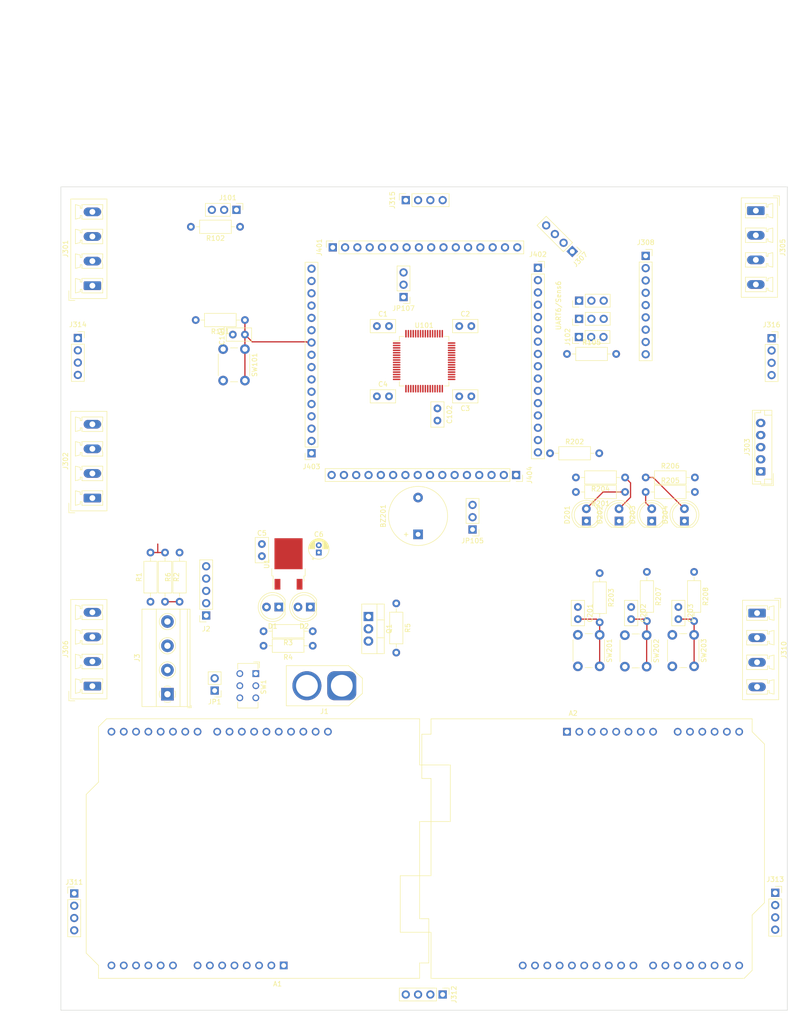
<source format=kicad_pcb>
(kicad_pcb (version 20171130) (host pcbnew "(5.1.9)-1")
  (layers (0 F.Cu power) (1 In1.Cu signal) (2 In2.Cu signal) (31 B.Cu signal) (34 B.Paste user) (35 F.Paste user) (36 B.SilkS user) (37 F.SilkS user) (38 B.Mask user) (39 F.Mask user) (44 Edge.Cuts user))
  (net 0 "")
  (net 1 +3V3)
  (net 2 +5V)
  (net 3 LED1)
  (net 4 LED2)
  (net 5 LED3)
  (net 6 LED4)
  (net 7 +BATT)
  (net 8 ENCODER_1_B)
  (net 9 ENCODER_1_A)
  (net 10 UART1_TX)
  (net 11 UART1_RX)
  (net 12 UART6_TX)
  (net 13 UART6_RX)
  (net 14 PWM_LIDAR)
  (net 15 M2PWM)
  (net 16 M2INB)
  (net 17 M2INA)
  (net 18 M1PWM)
  (net 19 M1INB)
  (net 20 M1INA)
  (net 21 ENCODER_2_B)
  (net 22 ENCODER_2_A)
  (net 23 ENCODER_3_B)
  (net 24 ENCODER_3_A)
  (net 25 SWCLK)
  (net 26 SWDIO)
  (net 27 M4PWM)
  (net 28 M4INB)
  (net 29 M4INA)
  (net 30 M3PWM)
  (net 31 M3INB)
  (net 32 M3INA)
  (net 33 ENCODER_4_B)
  (net 34 ENCODER_4_A)
  (net 35 BUTTON_1)
  (net 36 BUTTON_2)
  (net 37 BUTTON_3)
  (net 38 BUZZER)
  (net 39 "Net-(BZ201-Pad1)")
  (net 40 NRST)
  (net 41 "Net-(D1-Pad1)")
  (net 42 "Net-(D2-Pad1)")
  (net 43 "Net-(D201-Pad2)")
  (net 44 "Net-(D202-Pad2)")
  (net 45 "Net-(D203-Pad2)")
  (net 46 "Net-(D204-Pad2)")
  (net 47 "Net-(J1-Pad1)")
  (net 48 "Net-(J1-Pad2)")
  (net 49 "Net-(J101-Pad2)")
  (net 50 "Net-(J102-Pad2)")
  (net 51 I2C2_SDA_mag+acc)
  (net 52 I2C2_SCL_mag+acc)
  (net 53 INT2_mag+acc)
  (net 54 INT1_mag+acc)
  (net 55 Dist_Sens_01_Trig)
  (net 56 Dist_Sens_01_Echo)
  (net 57 Dist_Sens_02_Trig)
  (net 58 Dist_Sens_02_Echo)
  (net 59 Dist_Sens_03_Trig)
  (net 60 Dist_Sens_03_Echo)
  (net 61 Dist_Sens_04_Trig)
  (net 62 Dist_Sens_04_Echo)
  (net 63 Dist_Sens_06_Trig)
  (net 64 Dist_Sens_06_Echo)
  (net 65 Dist_Sens_05_Trig)
  (net 66 Dist_Sens_05_Echo)
  (net 67 PD2)
  (net 68 BOOT0)
  (net 69 "Net-(J404-Pad14)")
  (net 70 ADC_BAT)
  (net 71 "Net-(J404-Pad1)")
  (net 72 "Net-(JP102-Pad2)")
  (net 73 "Net-(JP104-Pad2)")
  (net 74 "Net-(JP105-Pad3)")
  (net 75 "Net-(JP105-Pad2)")
  (net 76 "Net-(JP107-Pad2)")
  (net 77 "Net-(Q1-Pad1)")
  (net 78 "Net-(JP1-Pad1)")
  (net 79 GND)
  (net 80 "Net-(C102-Pad1)")
  (net 81 "Net-(R2-Pad2)")
  (module Connector_PinHeader_2.54mm:PinHeader_1x04_P2.54mm_Vertical (layer F.Cu) (at 93.08 194 270)
    (fp_text reference J312 (at 0 -2.33 90) (layer F.SilkS))
    (fp_text value Conn_01x04_Female)
    (pad 4 thru_hole oval (at 0 7.62 270) (size 1.7 1.7) (drill 1) (layers *.Cu *.Mask) (net 2 +5V))
    (pad 3 thru_hole oval (at 0 5.08 270) (size 1.7 1.7) (drill 1) (layers *.Cu *.Mask) (net 57 Dist_Sens_02_Trig))
    (pad 2 thru_hole oval (at 0 2.54 270) (size 1.7 1.7) (drill 1) (layers *.Cu *.Mask) (net 58 Dist_Sens_02_Echo))
    (pad 1 thru_hole rect (at 0 0 270) (size 1.7 1.7) (drill 1) (layers *.Cu *.Mask) (net 79 GND))
  )
  (module TerminalBlock_Phoenix:TerminalBlock_Phoenix_MKDS-1,5-4_1x04_P5.00mm_Horizontal (layer F.Cu) (at 36.25 132 90)
    (fp_text reference J3 (at 7.5 -6.26 90) (layer F.SilkS))
    (fp_text value "Motor Driver Power")
    (pad 4 thru_hole circle (at 15 0 90) (size 2.6 2.6) (drill 1.3) (layers *.Cu *.Mask) (net 7 +BATT))
    (pad 3 thru_hole circle (at 10 0 90) (size 2.6 2.6) (drill 1.3) (layers *.Cu *.Mask) (net 79 GND))
    (pad 2 thru_hole circle (at 5 0 90) (size 2.6 2.6) (drill 1.3) (layers *.Cu *.Mask) (net 79 GND))
    (pad 1 thru_hole rect (at 0 0 90) (size 2.6 2.6) (drill 1.3) (layers *.Cu *.Mask) (net 7 +BATT))
  )
  (module Module:Arduino_UNO_R3 (layer F.Cu) (at 118.75 139.75)
    (fp_text reference A2 (at 1.27 -3.81 180) (layer F.SilkS))
    (fp_text value Arduino_UNO_R3)
    (pad 16 thru_hole oval (at 33.02 48.26 90) (size 1.6 1.6) (drill 1) (layers *.Cu *.Mask))
    (pad 15 thru_hole oval (at 35.56 48.26 90) (size 1.6 1.6) (drill 1) (layers *.Cu *.Mask))
    (pad 30 thru_hole oval (at -4.06 48.26 90) (size 1.6 1.6) (drill 1) (layers *.Cu *.Mask))
    (pad 14 thru_hole oval (at 35.56 0 90) (size 1.6 1.6) (drill 1) (layers *.Cu *.Mask))
    (pad 29 thru_hole oval (at -1.52 48.26 90) (size 1.6 1.6) (drill 1) (layers *.Cu *.Mask) (net 79 GND))
    (pad 13 thru_hole oval (at 33.02 0 90) (size 1.6 1.6) (drill 1) (layers *.Cu *.Mask))
    (pad 28 thru_hole oval (at 1.02 48.26 90) (size 1.6 1.6) (drill 1) (layers *.Cu *.Mask))
    (pad 12 thru_hole oval (at 30.48 0 90) (size 1.6 1.6) (drill 1) (layers *.Cu *.Mask))
    (pad 27 thru_hole oval (at 3.56 48.26 90) (size 1.6 1.6) (drill 1) (layers *.Cu *.Mask) (net 1 +3V3))
    (pad 11 thru_hole oval (at 27.94 0 90) (size 1.6 1.6) (drill 1) (layers *.Cu *.Mask))
    (pad 26 thru_hole oval (at 6.1 48.26 90) (size 1.6 1.6) (drill 1) (layers *.Cu *.Mask))
    (pad 10 thru_hole oval (at 25.4 0 90) (size 1.6 1.6) (drill 1) (layers *.Cu *.Mask))
    (pad 25 thru_hole oval (at 8.64 48.26 90) (size 1.6 1.6) (drill 1) (layers *.Cu *.Mask) (net 15 M2PWM))
    (pad 9 thru_hole oval (at 22.86 0 90) (size 1.6 1.6) (drill 1) (layers *.Cu *.Mask))
    (pad 24 thru_hole oval (at 11.18 48.26 90) (size 1.6 1.6) (drill 1) (layers *.Cu *.Mask) (net 18 M1PWM))
    (pad 8 thru_hole oval (at 17.78 0 90) (size 1.6 1.6) (drill 1) (layers *.Cu *.Mask))
    (pad 23 thru_hole oval (at 13.72 48.26 90) (size 1.6 1.6) (drill 1) (layers *.Cu *.Mask) (net 16 M2INB))
    (pad 7 thru_hole oval (at 15.24 0 90) (size 1.6 1.6) (drill 1) (layers *.Cu *.Mask) (net 79 GND))
    (pad 22 thru_hole oval (at 17.78 48.26 90) (size 1.6 1.6) (drill 1) (layers *.Cu *.Mask) (net 17 M2INA))
    (pad 6 thru_hole oval (at 12.7 0 90) (size 1.6 1.6) (drill 1) (layers *.Cu *.Mask) (net 79 GND))
    (pad 21 thru_hole oval (at 20.32 48.26 90) (size 1.6 1.6) (drill 1) (layers *.Cu *.Mask) (net 1 +3V3))
    (pad 5 thru_hole oval (at 10.16 0 90) (size 1.6 1.6) (drill 1) (layers *.Cu *.Mask))
    (pad 20 thru_hole oval (at 22.86 48.26 90) (size 1.6 1.6) (drill 1) (layers *.Cu *.Mask))
    (pad 4 thru_hole oval (at 7.62 0 90) (size 1.6 1.6) (drill 1) (layers *.Cu *.Mask) (net 1 +3V3))
    (pad 19 thru_hole oval (at 25.4 48.26 90) (size 1.6 1.6) (drill 1) (layers *.Cu *.Mask) (net 19 M1INB))
    (pad 3 thru_hole oval (at 5.08 0 90) (size 1.6 1.6) (drill 1) (layers *.Cu *.Mask))
    (pad 18 thru_hole oval (at 27.94 48.26 90) (size 1.6 1.6) (drill 1) (layers *.Cu *.Mask))
    (pad 2 thru_hole oval (at 2.54 0 90) (size 1.6 1.6) (drill 1) (layers *.Cu *.Mask))
    (pad 17 thru_hole oval (at 30.48 48.26 90) (size 1.6 1.6) (drill 1) (layers *.Cu *.Mask) (net 20 M1INA))
    (pad 1 thru_hole rect (at 0 0 90) (size 1.6 1.6) (drill 1) (layers *.Cu *.Mask))
    (pad 31 thru_hole oval (at -6.6 48.26 90) (size 1.6 1.6) (drill 1) (layers *.Cu *.Mask))
    (pad 32 thru_hole oval (at -9.14 48.26 90) (size 1.6 1.6) (drill 1) (layers *.Cu *.Mask))
  )
  (module Module:Arduino_UNO_R3 (layer F.Cu) (at 60.25 188 180)
    (fp_text reference A1 (at 1.27 -3.81 180) (layer F.SilkS))
    (fp_text value Arduino_UNO_R3)
    (pad 16 thru_hole oval (at 33.02 48.26 270) (size 1.6 1.6) (drill 1) (layers *.Cu *.Mask))
    (pad 15 thru_hole oval (at 35.56 48.26 270) (size 1.6 1.6) (drill 1) (layers *.Cu *.Mask))
    (pad 30 thru_hole oval (at -4.06 48.26 270) (size 1.6 1.6) (drill 1) (layers *.Cu *.Mask))
    (pad 14 thru_hole oval (at 35.56 0 270) (size 1.6 1.6) (drill 1) (layers *.Cu *.Mask))
    (pad 29 thru_hole oval (at -1.52 48.26 270) (size 1.6 1.6) (drill 1) (layers *.Cu *.Mask) (net 79 GND))
    (pad 13 thru_hole oval (at 33.02 0 270) (size 1.6 1.6) (drill 1) (layers *.Cu *.Mask))
    (pad 28 thru_hole oval (at 1.02 48.26 270) (size 1.6 1.6) (drill 1) (layers *.Cu *.Mask))
    (pad 12 thru_hole oval (at 30.48 0 270) (size 1.6 1.6) (drill 1) (layers *.Cu *.Mask))
    (pad 27 thru_hole oval (at 3.56 48.26 270) (size 1.6 1.6) (drill 1) (layers *.Cu *.Mask) (net 1 +3V3))
    (pad 11 thru_hole oval (at 27.94 0 270) (size 1.6 1.6) (drill 1) (layers *.Cu *.Mask))
    (pad 26 thru_hole oval (at 6.1 48.26 270) (size 1.6 1.6) (drill 1) (layers *.Cu *.Mask))
    (pad 10 thru_hole oval (at 25.4 0 270) (size 1.6 1.6) (drill 1) (layers *.Cu *.Mask))
    (pad 25 thru_hole oval (at 8.64 48.26 270) (size 1.6 1.6) (drill 1) (layers *.Cu *.Mask) (net 27 M4PWM))
    (pad 9 thru_hole oval (at 22.86 0 270) (size 1.6 1.6) (drill 1) (layers *.Cu *.Mask))
    (pad 24 thru_hole oval (at 11.18 48.26 270) (size 1.6 1.6) (drill 1) (layers *.Cu *.Mask) (net 30 M3PWM))
    (pad 8 thru_hole oval (at 17.78 0 270) (size 1.6 1.6) (drill 1) (layers *.Cu *.Mask))
    (pad 23 thru_hole oval (at 13.72 48.26 270) (size 1.6 1.6) (drill 1) (layers *.Cu *.Mask) (net 28 M4INB))
    (pad 7 thru_hole oval (at 15.24 0 270) (size 1.6 1.6) (drill 1) (layers *.Cu *.Mask) (net 79 GND))
    (pad 22 thru_hole oval (at 17.78 48.26 270) (size 1.6 1.6) (drill 1) (layers *.Cu *.Mask) (net 29 M4INA))
    (pad 6 thru_hole oval (at 12.7 0 270) (size 1.6 1.6) (drill 1) (layers *.Cu *.Mask) (net 79 GND))
    (pad 21 thru_hole oval (at 20.32 48.26 270) (size 1.6 1.6) (drill 1) (layers *.Cu *.Mask) (net 1 +3V3))
    (pad 5 thru_hole oval (at 10.16 0 270) (size 1.6 1.6) (drill 1) (layers *.Cu *.Mask))
    (pad 20 thru_hole oval (at 22.86 48.26 270) (size 1.6 1.6) (drill 1) (layers *.Cu *.Mask))
    (pad 4 thru_hole oval (at 7.62 0 270) (size 1.6 1.6) (drill 1) (layers *.Cu *.Mask) (net 1 +3V3))
    (pad 19 thru_hole oval (at 25.4 48.26 270) (size 1.6 1.6) (drill 1) (layers *.Cu *.Mask) (net 31 M3INB))
    (pad 3 thru_hole oval (at 5.08 0 270) (size 1.6 1.6) (drill 1) (layers *.Cu *.Mask))
    (pad 18 thru_hole oval (at 27.94 48.26 270) (size 1.6 1.6) (drill 1) (layers *.Cu *.Mask))
    (pad 2 thru_hole oval (at 2.54 0 270) (size 1.6 1.6) (drill 1) (layers *.Cu *.Mask))
    (pad 17 thru_hole oval (at 30.48 48.26 270) (size 1.6 1.6) (drill 1) (layers *.Cu *.Mask) (net 32 M3INA))
    (pad 1 thru_hole rect (at 0 0 270) (size 1.6 1.6) (drill 1) (layers *.Cu *.Mask))
    (pad 31 thru_hole oval (at -6.6 48.26 270) (size 1.6 1.6) (drill 1) (layers *.Cu *.Mask))
    (pad 32 thru_hole oval (at -9.14 48.26 270) (size 1.6 1.6) (drill 1) (layers *.Cu *.Mask))
  )
  (module Resistor_THT:R_Axial_DIN0207_L6.3mm_D2.5mm_P10.16mm_Horizontal (layer F.Cu) (at 38.75 112.91 90)
    (fp_text reference R6 (at 5.08 -2.37 90) (layer F.SilkS))
    (fp_text value 10k)
    (pad 2 thru_hole oval (at 10.16 0 90) (size 1.6 1.6) (drill 0.8) (layers *.Cu *.Mask) (net 79 GND))
    (pad 1 thru_hole circle (at 0 0 90) (size 1.6 1.6) (drill 0.8) (layers *.Cu *.Mask) (net 81 "Net-(R2-Pad2)"))
  )
  (module Resistor_THT:R_Axial_DIN0207_L6.3mm_D2.5mm_P10.16mm_Horizontal (layer F.Cu) (at 35.75 102.75 270)
    (fp_text reference R2 (at 5.08 -2.37 90) (layer F.SilkS))
    (fp_text value 10k)
    (pad 2 thru_hole oval (at 10.16 0 270) (size 1.6 1.6) (drill 0.8) (layers *.Cu *.Mask) (net 81 "Net-(R2-Pad2)"))
    (pad 1 thru_hole circle (at 0 0 270) (size 1.6 1.6) (drill 0.8) (layers *.Cu *.Mask) (net 70 ADC_BAT))
  )
  (module Capacitor_THT:C_Disc_D5.0mm_W2.5mm_P2.50mm (layer F.Cu) (at 92 73 270)
    (fp_text reference C102 (at 1.25 -2.5 90) (layer F.SilkS))
    (fp_text value 4.7uF)
    (pad 1 thru_hole circle (at 0 0 270) (size 1.6 1.6) (drill 0.8) (layers *.Cu *.Mask) (net 80 "Net-(C102-Pad1)"))
    (pad 2 thru_hole circle (at 2.5 0 270) (size 1.6 1.6) (drill 0.8) (layers *.Cu *.Mask) (net 79 GND))
  )
  (module LED_THT:LED_D5.0mm (layer F.Cu) (at 65.75 114 180)
    (fp_text reference D2 (at 1.27 -3.96) (layer F.SilkS))
    (fp_text value RED2)
    (pad 2 thru_hole circle (at 2.54 0 180) (size 1.8 1.8) (drill 0.9) (layers *.Cu *.Mask) (net 1 +3V3))
    (pad 1 thru_hole rect (at 0 0 180) (size 1.8 1.8) (drill 0.9) (layers *.Cu *.Mask) (net 42 "Net-(D2-Pad1)"))
  )
  (module LED_THT:LED_D5.0mm (layer F.Cu) (at 59.25 114 180)
    (fp_text reference D1 (at 1.27 -3.96) (layer F.SilkS))
    (fp_text value RED)
    (pad 2 thru_hole circle (at 2.54 0 180) (size 1.8 1.8) (drill 0.9) (layers *.Cu *.Mask) (net 2 +5V))
    (pad 1 thru_hole rect (at 0 0 180) (size 1.8 1.8) (drill 0.9) (layers *.Cu *.Mask) (net 41 "Net-(D1-Pad1)"))
  )
  (module Resistor_THT:R_Axial_DIN0207_L6.3mm_D2.5mm_P10.16mm_Horizontal (layer F.Cu) (at 66.25 122 180)
    (fp_text reference R4 (at 5.08 -2.37) (layer F.SilkS))
    (fp_text value 470)
    (pad 2 thru_hole oval (at 10.16 0 180) (size 1.6 1.6) (drill 0.8) (layers *.Cu *.Mask) (net 79 GND))
    (pad 1 thru_hole circle (at 0 0 180) (size 1.6 1.6) (drill 0.8) (layers *.Cu *.Mask) (net 41 "Net-(D1-Pad1)"))
  )
  (module Resistor_THT:R_Axial_DIN0207_L6.3mm_D2.5mm_P10.16mm_Horizontal (layer F.Cu) (at 66.25 119 180)
    (fp_text reference R3 (at 5.08 -2.37) (layer F.SilkS))
    (fp_text value 470)
    (pad 2 thru_hole oval (at 10.16 0 180) (size 1.6 1.6) (drill 0.8) (layers *.Cu *.Mask) (net 79 GND))
    (pad 1 thru_hole circle (at 0 0 180) (size 1.6 1.6) (drill 0.8) (layers *.Cu *.Mask) (net 42 "Net-(D2-Pad1)"))
  )
  (module Button_Switch_THT:SW_CuK_JS202011CQN_DPDT_Straight (layer F.Cu) (at 54.5 127.75 270)
    (fp_text reference SW1 (at 2.75 -1.6 90) (layer F.SilkS))
    (fp_text value SWITCH)
    (pad 6 thru_hole circle (at 5 3.3 270) (size 1.4 1.4) (drill 0.9) (layers *.Cu *.Mask))
    (pad 5 thru_hole circle (at 2.5 3.3 270) (size 1.4 1.4) (drill 0.9) (layers *.Cu *.Mask))
    (pad 4 thru_hole circle (at 0 3.3 270) (size 1.4 1.4) (drill 0.9) (layers *.Cu *.Mask))
    (pad 3 thru_hole circle (at 5 0 270) (size 1.4 1.4) (drill 0.9) (layers *.Cu *.Mask) (net 78 "Net-(JP1-Pad1)"))
    (pad 2 thru_hole circle (at 2.5 0 270) (size 1.4 1.4) (drill 0.9) (layers *.Cu *.Mask) (net 48 "Net-(J1-Pad2)"))
    (pad 1 thru_hole rect (at 0 0 270) (size 1.4 1.4) (drill 0.9) (layers *.Cu *.Mask))
  )
  (module Resistor_THT:R_Axial_DIN0207_L6.3mm_D2.5mm_P10.16mm_Horizontal (layer F.Cu) (at 145 106.75 270)
    (fp_text reference R208 (at 5.08 -2.37 90) (layer F.SilkS))
    (fp_text value 4k7)
    (pad 2 thru_hole oval (at 10.16 0 270) (size 1.6 1.6) (drill 0.8) (layers *.Cu *.Mask) (net 37 BUTTON_3))
    (pad 1 thru_hole circle (at 0 0 270) (size 1.6 1.6) (drill 0.8) (layers *.Cu *.Mask) (net 1 +3V3))
  )
  (module Resistor_THT:R_Axial_DIN0207_L6.3mm_D2.5mm_P10.16mm_Horizontal (layer F.Cu) (at 135.25 106.75 270)
    (fp_text reference R207 (at 5.08 -2.37 90) (layer F.SilkS))
    (fp_text value 4k7)
    (pad 2 thru_hole oval (at 10.16 0 270) (size 1.6 1.6) (drill 0.8) (layers *.Cu *.Mask) (net 36 BUTTON_2))
    (pad 1 thru_hole circle (at 0 0 270) (size 1.6 1.6) (drill 0.8) (layers *.Cu *.Mask) (net 1 +3V3))
  )
  (module Resistor_THT:R_Axial_DIN0207_L6.3mm_D2.5mm_P10.16mm_Horizontal (layer F.Cu) (at 135 87.25)
    (fp_text reference R206 (at 5.08 -2.37) (layer F.SilkS))
    (fp_text value 330)
    (pad 2 thru_hole oval (at 10.16 0) (size 1.6 1.6) (drill 0.8) (layers *.Cu *.Mask) (net 1 +3V3))
    (pad 1 thru_hole circle (at 0 0) (size 1.6 1.6) (drill 0.8) (layers *.Cu *.Mask) (net 46 "Net-(D204-Pad2)"))
  )
  (module Resistor_THT:R_Axial_DIN0207_L6.3mm_D2.5mm_P10.16mm_Horizontal (layer F.Cu) (at 135 90.25)
    (fp_text reference R205 (at 5.08 -2.37) (layer F.SilkS))
    (fp_text value 330)
    (pad 2 thru_hole oval (at 10.16 0) (size 1.6 1.6) (drill 0.8) (layers *.Cu *.Mask) (net 1 +3V3))
    (pad 1 thru_hole circle (at 0 0) (size 1.6 1.6) (drill 0.8) (layers *.Cu *.Mask) (net 45 "Net-(D203-Pad2)"))
  )
  (module Resistor_THT:R_Axial_DIN0207_L6.3mm_D2.5mm_P10.16mm_Horizontal (layer F.Cu) (at 130.75 87.25 180)
    (fp_text reference R204 (at 5.08 -2.37) (layer F.SilkS))
    (fp_text value 330)
    (pad 2 thru_hole oval (at 10.16 0 180) (size 1.6 1.6) (drill 0.8) (layers *.Cu *.Mask) (net 1 +3V3))
    (pad 1 thru_hole circle (at 0 0 180) (size 1.6 1.6) (drill 0.8) (layers *.Cu *.Mask) (net 44 "Net-(D202-Pad2)"))
  )
  (module Resistor_THT:R_Axial_DIN0207_L6.3mm_D2.5mm_P10.16mm_Horizontal (layer F.Cu) (at 125.5 107 270)
    (fp_text reference R203 (at 5.08 -2.37 90) (layer F.SilkS))
    (fp_text value 4k7)
    (pad 2 thru_hole oval (at 10.16 0 270) (size 1.6 1.6) (drill 0.8) (layers *.Cu *.Mask) (net 35 BUTTON_1))
    (pad 1 thru_hole circle (at 0 0 270) (size 1.6 1.6) (drill 0.8) (layers *.Cu *.Mask) (net 1 +3V3))
  )
  (module Resistor_THT:R_Axial_DIN0207_L6.3mm_D2.5mm_P10.16mm_Horizontal (layer F.Cu) (at 115.25 82.25)
    (fp_text reference R202 (at 5.08 -2.37) (layer F.SilkS))
    (fp_text value 330)
    (pad 1 thru_hole circle (at 0 0) (size 1.6 1.6) (drill 0.8) (layers *.Cu *.Mask) (net 1 +3V3))
    (pad 2 thru_hole oval (at 10.16 0) (size 1.6 1.6) (drill 0.8) (layers *.Cu *.Mask) (net 39 "Net-(BZ201-Pad1)"))
  )
  (module Resistor_THT:R_Axial_DIN0207_L6.3mm_D2.5mm_P10.16mm_Horizontal (layer F.Cu) (at 130.75 90.25 180)
    (fp_text reference R201 (at 5.08 -2.37) (layer F.SilkS))
    (fp_text value 330)
    (pad 2 thru_hole oval (at 10.16 0 180) (size 1.6 1.6) (drill 0.8) (layers *.Cu *.Mask) (net 1 +3V3))
    (pad 1 thru_hole circle (at 0 0 180) (size 1.6 1.6) (drill 0.8) (layers *.Cu *.Mask) (net 43 "Net-(D201-Pad2)"))
  )
  (module Resistor_THT:R_Axial_DIN0207_L6.3mm_D2.5mm_P10.16mm_Horizontal (layer F.Cu) (at 118.75 61.75)
    (fp_text reference R105 (at 5.08 -2.37) (layer F.SilkS))
    (fp_text value 10k)
    (pad 1 thru_hole circle (at 0 0) (size 1.6 1.6) (drill 0.8) (layers *.Cu *.Mask) (net 74 "Net-(JP105-Pad3)"))
    (pad 2 thru_hole oval (at 10.16 0) (size 1.6 1.6) (drill 0.8) (layers *.Cu *.Mask) (net 50 "Net-(J102-Pad2)"))
  )
  (module Resistor_THT:R_Axial_DIN0207_L6.3mm_D2.5mm_P10.16mm_Horizontal (layer F.Cu) (at 51.25 35.5 180)
    (fp_text reference R102 (at 5.08 -2.37) (layer F.SilkS))
    (fp_text value 10k)
    (pad 2 thru_hole oval (at 10.16 0 180) (size 1.6 1.6) (drill 0.8) (layers *.Cu *.Mask) (net 49 "Net-(J101-Pad2)"))
    (pad 1 thru_hole circle (at 0 0 180) (size 1.6 1.6) (drill 0.8) (layers *.Cu *.Mask) (net 68 BOOT0))
  )
  (module Resistor_THT:R_Axial_DIN0207_L6.3mm_D2.5mm_P10.16mm_Horizontal (layer F.Cu) (at 52.25 54.75 180)
    (fp_text reference R101 (at 5.08 -2.37) (layer F.SilkS))
    (fp_text value 10k)
    (pad 2 thru_hole oval (at 10.16 0 180) (size 1.6 1.6) (drill 0.8) (layers *.Cu *.Mask) (net 1 +3V3))
    (pad 1 thru_hole circle (at 0 0 180) (size 1.6 1.6) (drill 0.8) (layers *.Cu *.Mask) (net 40 NRST))
  )
  (module Resistor_THT:R_Axial_DIN0207_L6.3mm_D2.5mm_P10.16mm_Horizontal (layer F.Cu) (at 83.5 113.25 270)
    (fp_text reference R5 (at 5.08 -2.37 90) (layer F.SilkS))
    (fp_text value 47k)
    (pad 2 thru_hole oval (at 10.16 0 270) (size 1.6 1.6) (drill 0.8) (layers *.Cu *.Mask) (net 7 +BATT))
    (pad 1 thru_hole circle (at 0 0 270) (size 1.6 1.6) (drill 0.8) (layers *.Cu *.Mask) (net 77 "Net-(Q1-Pad1)"))
  )
  (module Resistor_THT:R_Axial_DIN0207_L6.3mm_D2.5mm_P10.16mm_Horizontal (layer F.Cu) (at 32.75 112.91 90)
    (fp_text reference R1 (at 5.08 -2.37 90) (layer F.SilkS))
    (fp_text value 100k)
    (pad 2 thru_hole oval (at 10.16 0 90) (size 1.6 1.6) (drill 0.8) (layers *.Cu *.Mask) (net 70 ADC_BAT))
    (pad 1 thru_hole circle (at 0 0 90) (size 1.6 1.6) (drill 0.8) (layers *.Cu *.Mask) (net 7 +BATT))
  )
  (module Connector_PinHeader_2.54mm:PinHeader_1x03_P2.54mm_Vertical (layer F.Cu) (at 85 50 180)
    (fp_text reference JP107 (at 0 -2.33) (layer F.SilkS))
    (fp_text value Jumper_3_Bridged12)
    (pad 1 thru_hole rect (at 0 0 180) (size 1.7 1.7) (drill 1) (layers *.Cu *.Mask) (net 14 PWM_LIDAR))
    (pad 2 thru_hole oval (at 0 2.54 180) (size 1.7 1.7) (drill 1) (layers *.Cu *.Mask) (net 76 "Net-(JP107-Pad2)"))
    (pad 3 thru_hole oval (at 0 5.08 180) (size 1.7 1.7) (drill 1) (layers *.Cu *.Mask) (net 60 Dist_Sens_03_Echo))
  )
  (module Connector_PinHeader_2.54mm:PinHeader_1x03_P2.54mm_Vertical (layer F.Cu) (at 99.25 98 180)
    (fp_text reference JP105 (at 0 -2.33) (layer F.SilkS))
    (fp_text value Jumper_3_Bridged12)
    (pad 1 thru_hole rect (at 0 0 180) (size 1.7 1.7) (drill 1) (layers *.Cu *.Mask) (net 59 Dist_Sens_03_Trig))
    (pad 2 thru_hole oval (at 0 2.54 180) (size 1.7 1.7) (drill 1) (layers *.Cu *.Mask) (net 75 "Net-(JP105-Pad2)"))
    (pad 3 thru_hole oval (at 0 5.08 180) (size 1.7 1.7) (drill 1) (layers *.Cu *.Mask) (net 74 "Net-(JP105-Pad3)"))
  )
  (module Connector_PinHeader_2.54mm:PinHeader_1x03_P2.54mm_Vertical (layer F.Cu) (at 121.25 50.75 90)
    (fp_text reference JP104 hide)
    (fp_text value Jumper_3_Bridged12 hide)
    (pad 1 thru_hole rect (at 0 0 90) (size 1.7 1.7) (drill 1) (layers *.Cu *.Mask) (net 13 UART6_RX))
    (pad 2 thru_hole oval (at 0 2.54 90) (size 1.7 1.7) (drill 1) (layers *.Cu *.Mask) (net 73 "Net-(JP104-Pad2)"))
    (pad 3 thru_hole oval (at 0 5.08 90) (size 1.7 1.7) (drill 1) (layers *.Cu *.Mask) (net 64 Dist_Sens_06_Echo))
  )
  (module Connector_PinHeader_2.54mm:PinHeader_1x03_P2.54mm_Vertical (layer F.Cu) (at 121.25 54.5 90)
    (fp_text reference UART6/Sens6 (at 2.75 -4.25 90) (layer F.SilkS))
    (fp_text value Jumper_3_Bridged12)
    (pad 1 thru_hole rect (at 0 0 90) (size 1.7 1.7) (drill 1) (layers *.Cu *.Mask) (net 12 UART6_TX))
    (pad 2 thru_hole oval (at 0 2.54 90) (size 1.7 1.7) (drill 1) (layers *.Cu *.Mask) (net 72 "Net-(JP102-Pad2)"))
    (pad 3 thru_hole oval (at 0 5.08 90) (size 1.7 1.7) (drill 1) (layers *.Cu *.Mask) (net 63 Dist_Sens_06_Trig))
  )
  (module Connector_PinSocket_2.54mm:PinSocket_1x16_P2.54mm_Vertical (layer F.Cu) (at 108.25 86.75 270)
    (fp_text reference J404 (at 0 -2.77 90) (layer F.SilkS))
    (fp_text value BOTTOM_CONN)
    (pad 1 thru_hole rect (at 0 0 270) (size 1.7 1.7) (drill 1) (layers *.Cu *.Mask) (net 71 "Net-(J404-Pad1)"))
    (pad 2 thru_hole oval (at 0 2.54 270) (size 1.7 1.7) (drill 1) (layers *.Cu *.Mask) (net 71 "Net-(J404-Pad1)"))
    (pad 3 thru_hole oval (at 0 5.08 270) (size 1.7 1.7) (drill 1) (layers *.Cu *.Mask))
    (pad 4 thru_hole oval (at 0 7.62 270) (size 1.7 1.7) (drill 1) (layers *.Cu *.Mask) (net 52 I2C2_SCL_mag+acc))
    (pad 5 thru_hole oval (at 0 10.16 270) (size 1.7 1.7) (drill 1) (layers *.Cu *.Mask) (net 59 Dist_Sens_03_Trig))
    (pad 6 thru_hole oval (at 0 12.7 270) (size 1.7 1.7) (drill 1) (layers *.Cu *.Mask) (net 58 Dist_Sens_02_Echo))
    (pad 7 thru_hole oval (at 0 15.24 270) (size 1.7 1.7) (drill 1) (layers *.Cu *.Mask) (net 57 Dist_Sens_02_Trig))
    (pad 8 thru_hole oval (at 0 17.78 270) (size 1.7 1.7) (drill 1) (layers *.Cu *.Mask) (net 37 BUTTON_3))
    (pad 9 thru_hole oval (at 0 20.32 270) (size 1.7 1.7) (drill 1) (layers *.Cu *.Mask) (net 38 BUZZER))
    (pad 10 thru_hole oval (at 0 22.86 270) (size 1.7 1.7) (drill 1) (layers *.Cu *.Mask) (net 55 Dist_Sens_01_Trig))
    (pad 11 thru_hole oval (at 0 25.4 270) (size 1.7 1.7) (drill 1) (layers *.Cu *.Mask) (net 56 Dist_Sens_01_Echo))
    (pad 12 thru_hole oval (at 0 27.94 270) (size 1.7 1.7) (drill 1) (layers *.Cu *.Mask) (net 22 ENCODER_2_A))
    (pad 13 thru_hole oval (at 0 30.48 270) (size 1.7 1.7) (drill 1) (layers *.Cu *.Mask) (net 70 ADC_BAT))
    (pad 14 thru_hole oval (at 0 33.02 270) (size 1.7 1.7) (drill 1) (layers *.Cu *.Mask) (net 69 "Net-(J404-Pad14)"))
    (pad 15 thru_hole oval (at 0 35.56 270) (size 1.7 1.7) (drill 1) (layers *.Cu *.Mask) (net 69 "Net-(J404-Pad14)"))
    (pad 16 thru_hole oval (at 0 38.1 270) (size 1.7 1.7) (drill 1) (layers *.Cu *.Mask) (net 27 M4PWM))
  )
  (module Connector_PinSocket_2.54mm:PinSocket_1x16_P2.54mm_Vertical (layer F.Cu) (at 66 82.25 180)
    (fp_text reference J403 (at 0 -2.77) (layer F.SilkS))
    (fp_text value LEFT_CONN)
    (pad 1 thru_hole rect (at 0 0 180) (size 1.7 1.7) (drill 1) (layers *.Cu *.Mask) (net 30 M3PWM))
    (pad 2 thru_hole oval (at 0 2.54 180) (size 1.7 1.7) (drill 1) (layers *.Cu *.Mask) (net 15 M2PWM))
    (pad 3 thru_hole oval (at 0 5.08 180) (size 1.7 1.7) (drill 1) (layers *.Cu *.Mask) (net 18 M1PWM))
    (pad 4 thru_hole oval (at 0 7.62 180) (size 1.7 1.7) (drill 1) (layers *.Cu *.Mask) (net 1 +3V3))
    (pad 5 thru_hole oval (at 0 10.16 180) (size 1.7 1.7) (drill 1) (layers *.Cu *.Mask) (net 1 +3V3))
    (pad 6 thru_hole oval (at 0 12.7 180) (size 1.7 1.7) (drill 1) (layers *.Cu *.Mask) (net 20 M1INA))
    (pad 7 thru_hole oval (at 0 15.24 180) (size 1.7 1.7) (drill 1) (layers *.Cu *.Mask) (net 19 M1INB))
    (pad 8 thru_hole oval (at 0 17.78 180) (size 1.7 1.7) (drill 1) (layers *.Cu *.Mask) (net 65 Dist_Sens_05_Trig))
    (pad 9 thru_hole oval (at 0 20.32 180) (size 1.7 1.7) (drill 1) (layers *.Cu *.Mask) (net 66 Dist_Sens_05_Echo))
    (pad 10 thru_hole oval (at 0 22.86 180) (size 1.7 1.7) (drill 1) (layers *.Cu *.Mask) (net 40 NRST))
    (pad 11 thru_hole oval (at 0 25.4 180) (size 1.7 1.7) (drill 1) (layers *.Cu *.Mask) (net 53 INT2_mag+acc))
    (pad 12 thru_hole oval (at 0 27.94 180) (size 1.7 1.7) (drill 1) (layers *.Cu *.Mask) (net 54 INT1_mag+acc))
    (pad 13 thru_hole oval (at 0 30.48 180) (size 1.7 1.7) (drill 1) (layers *.Cu *.Mask) (net 62 Dist_Sens_04_Echo))
    (pad 14 thru_hole oval (at 0 33.02 180) (size 1.7 1.7) (drill 1) (layers *.Cu *.Mask) (net 61 Dist_Sens_04_Trig))
    (pad 15 thru_hole oval (at 0 35.56 180) (size 1.7 1.7) (drill 1) (layers *.Cu *.Mask) (net 36 BUTTON_2))
    (pad 16 thru_hole oval (at 0 38.1 180) (size 1.7 1.7) (drill 1) (layers *.Cu *.Mask))
  )
  (module Connector_PinSocket_2.54mm:PinSocket_1x16_P2.54mm_Vertical (layer F.Cu) (at 112.75 43.97)
    (fp_text reference J402 (at 0 -2.77) (layer F.SilkS))
    (fp_text value RIGHT_CONN)
    (pad 1 thru_hole rect (at 0 0) (size 1.7 1.7) (drill 1) (layers *.Cu *.Mask) (net 1 +3V3))
    (pad 2 thru_hole oval (at 0 2.54) (size 1.7 1.7) (drill 1) (layers *.Cu *.Mask) (net 1 +3V3))
    (pad 3 thru_hole oval (at 0 5.08) (size 1.7 1.7) (drill 1) (layers *.Cu *.Mask) (net 26 SWDIO))
    (pad 4 thru_hole oval (at 0 7.62) (size 1.7 1.7) (drill 1) (layers *.Cu *.Mask) (net 13 UART6_RX))
    (pad 5 thru_hole oval (at 0 10.16) (size 1.7 1.7) (drill 1) (layers *.Cu *.Mask) (net 12 UART6_TX))
    (pad 6 thru_hole oval (at 0 12.7) (size 1.7 1.7) (drill 1) (layers *.Cu *.Mask) (net 11 UART1_RX))
    (pad 7 thru_hole oval (at 0 15.24) (size 1.7 1.7) (drill 1) (layers *.Cu *.Mask) (net 8 ENCODER_1_B))
    (pad 8 thru_hole oval (at 0 17.78) (size 1.7 1.7) (drill 1) (layers *.Cu *.Mask) (net 9 ENCODER_1_A))
    (pad 9 thru_hole oval (at 0 20.32) (size 1.7 1.7) (drill 1) (layers *.Cu *.Mask) (net 4 LED2))
    (pad 10 thru_hole oval (at 0 22.86) (size 1.7 1.7) (drill 1) (layers *.Cu *.Mask) (net 3 LED1))
    (pad 11 thru_hole oval (at 0 25.4) (size 1.7 1.7) (drill 1) (layers *.Cu *.Mask) (net 23 ENCODER_3_B))
    (pad 12 thru_hole oval (at 0 27.94) (size 1.7 1.7) (drill 1) (layers *.Cu *.Mask) (net 24 ENCODER_3_A))
    (pad 13 thru_hole oval (at 0 30.48) (size 1.7 1.7) (drill 1) (layers *.Cu *.Mask) (net 10 UART1_TX))
    (pad 14 thru_hole oval (at 0 33.02) (size 1.7 1.7) (drill 1) (layers *.Cu *.Mask) (net 25 SWCLK))
    (pad 15 thru_hole oval (at 0 35.56) (size 1.7 1.7) (drill 1) (layers *.Cu *.Mask) (net 26 SWDIO))
    (pad 16 thru_hole oval (at 0 38.1) (size 1.7 1.7) (drill 1) (layers *.Cu *.Mask) (net 17 M2INA))
  )
  (module Connector_PinSocket_2.54mm:PinSocket_1x16_P2.54mm_Vertical (layer F.Cu) (at 70.39 39.75 90)
    (fp_text reference J401 (at 0 -2.77 90) (layer F.SilkS))
    (fp_text value TOP_CONN)
    (pad 1 thru_hole rect (at 0 0 90) (size 1.7 1.7) (drill 1) (layers *.Cu *.Mask) (net 1 +3V3))
    (pad 2 thru_hole oval (at 0 2.54 90) (size 1.7 1.7) (drill 1) (layers *.Cu *.Mask) (net 1 +3V3))
    (pad 3 thru_hole oval (at 0 5.08 90) (size 1.7 1.7) (drill 1) (layers *.Cu *.Mask) (net 51 I2C2_SDA_mag+acc))
    (pad 4 thru_hole oval (at 0 7.62 90) (size 1.7 1.7) (drill 1) (layers *.Cu *.Mask) (net 14 PWM_LIDAR))
    (pad 5 thru_hole oval (at 0 10.16 90) (size 1.7 1.7) (drill 1) (layers *.Cu *.Mask) (net 68 BOOT0))
    (pad 6 thru_hole oval (at 0 12.7 90) (size 1.7 1.7) (drill 1) (layers *.Cu *.Mask) (net 33 ENCODER_4_B))
    (pad 7 thru_hole oval (at 0 15.24 90) (size 1.7 1.7) (drill 1) (layers *.Cu *.Mask) (net 34 ENCODER_4_A))
    (pad 8 thru_hole oval (at 0 17.78 90) (size 1.7 1.7) (drill 1) (layers *.Cu *.Mask) (net 28 M4INB))
    (pad 9 thru_hole oval (at 0 20.32 90) (size 1.7 1.7) (drill 1) (layers *.Cu *.Mask) (net 29 M4INA))
    (pad 10 thru_hole oval (at 0 22.86 90) (size 1.7 1.7) (drill 1) (layers *.Cu *.Mask) (net 21 ENCODER_2_B))
    (pad 11 thru_hole oval (at 0 25.4 90) (size 1.7 1.7) (drill 1) (layers *.Cu *.Mask) (net 67 PD2))
    (pad 12 thru_hole oval (at 0 27.94 90) (size 1.7 1.7) (drill 1) (layers *.Cu *.Mask) (net 35 BUTTON_1))
    (pad 13 thru_hole oval (at 0 30.48 90) (size 1.7 1.7) (drill 1) (layers *.Cu *.Mask) (net 6 LED4))
    (pad 14 thru_hole oval (at 0 33.02 90) (size 1.7 1.7) (drill 1) (layers *.Cu *.Mask) (net 5 LED3))
    (pad 15 thru_hole oval (at 0 35.56 90) (size 1.7 1.7) (drill 1) (layers *.Cu *.Mask) (net 10 UART1_TX))
    (pad 16 thru_hole oval (at 0 38.1 90) (size 1.7 1.7) (drill 1) (layers *.Cu *.Mask) (net 25 SWCLK))
  )
  (module Connector_PinHeader_2.54mm:PinHeader_1x04_P2.54mm_Vertical (layer F.Cu) (at 17 173.13)
    (fp_text reference J311 (at 0 -2.33) (layer F.SilkS))
    (fp_text value Conn_01x04_Female)
    (pad 4 thru_hole oval (at 0 7.62) (size 1.7 1.7) (drill 1) (layers *.Cu *.Mask) (net 2 +5V))
    (pad 3 thru_hole oval (at 0 5.08) (size 1.7 1.7) (drill 1) (layers *.Cu *.Mask) (net 55 Dist_Sens_01_Trig))
    (pad 2 thru_hole oval (at 0 2.54) (size 1.7 1.7) (drill 1) (layers *.Cu *.Mask) (net 56 Dist_Sens_01_Echo))
    (pad 1 thru_hole rect (at 0 0) (size 1.7 1.7) (drill 1) (layers *.Cu *.Mask) (net 79 GND))
  )
  (module Connector_PinSocket_2.54mm:PinSocket_1x09_P2.54mm_Vertical (layer F.Cu) (at 135 41.5)
    (fp_text reference J308 (at 0 -2.77) (layer F.SilkS))
    (fp_text value LSM303D_acc+mag)
    (pad 1 thru_hole rect (at 0 0) (size 1.7 1.7) (drill 1) (layers *.Cu *.Mask) (net 54 INT1_mag+acc))
    (pad 2 thru_hole oval (at 0 2.54) (size 1.7 1.7) (drill 1) (layers *.Cu *.Mask) (net 53 INT2_mag+acc))
    (pad 3 thru_hole oval (at 0 5.08) (size 1.7 1.7) (drill 1) (layers *.Cu *.Mask))
    (pad 4 thru_hole oval (at 0 7.62) (size 1.7 1.7) (drill 1) (layers *.Cu *.Mask))
    (pad 5 thru_hole oval (at 0 10.16) (size 1.7 1.7) (drill 1) (layers *.Cu *.Mask) (net 52 I2C2_SCL_mag+acc))
    (pad 6 thru_hole oval (at 0 12.7) (size 1.7 1.7) (drill 1) (layers *.Cu *.Mask) (net 51 I2C2_SDA_mag+acc))
    (pad 7 thru_hole oval (at 0 15.24) (size 1.7 1.7) (drill 1) (layers *.Cu *.Mask) (net 79 GND))
    (pad 8 thru_hole oval (at 0 17.78) (size 1.7 1.7) (drill 1) (layers *.Cu *.Mask) (net 2 +5V))
    (pad 9 thru_hole oval (at 0 20.32) (size 1.7 1.7) (drill 1) (layers *.Cu *.Mask))
  )
  (module Connector_PinHeader_2.54mm:PinHeader_1x03_P2.54mm_Vertical (layer F.Cu) (at 121.21 58.25 90)
    (fp_text reference J102 (at 0 -2.33 90) (layer F.SilkS))
    (fp_text value BOOT1)
    (pad 1 thru_hole rect (at 0 0 90) (size 1.7 1.7) (drill 1) (layers *.Cu *.Mask) (net 1 +3V3))
    (pad 2 thru_hole oval (at 0 2.54 90) (size 1.7 1.7) (drill 1) (layers *.Cu *.Mask) (net 50 "Net-(J102-Pad2)"))
    (pad 3 thru_hole oval (at 0 5.08 90) (size 1.7 1.7) (drill 1) (layers *.Cu *.Mask) (net 79 GND))
  )
  (module Connector_PinHeader_2.54mm:PinHeader_1x03_P2.54mm_Vertical (layer F.Cu) (at 50.5 32 270)
    (fp_text reference J101 (at -2.5 1.79 180) (layer F.SilkS))
    (fp_text value BOOT0)
    (pad 3 thru_hole oval (at 0 5.08 270) (size 1.7 1.7) (drill 1) (layers *.Cu *.Mask) (net 1 +3V3))
    (pad 2 thru_hole oval (at 0 2.54 270) (size 1.7 1.7) (drill 1) (layers *.Cu *.Mask) (net 49 "Net-(J101-Pad2)"))
    (pad 1 thru_hole rect (at 0 0 270) (size 1.7 1.7) (drill 1) (layers *.Cu *.Mask) (net 79 GND))
  )
  (module Capacitor_THT:C_Disc_D5.0mm_W2.5mm_P2.50mm (layer F.Cu) (at 141.75 114 270)
    (fp_text reference C203 (at 1.25 -2.5 90) (layer F.SilkS))
    (fp_text value 100nF)
    (pad 2 thru_hole circle (at 2.5 0 270) (size 1.6 1.6) (drill 0.8) (layers *.Cu *.Mask) (net 37 BUTTON_3))
    (pad 1 thru_hole circle (at 0 0 270) (size 1.6 1.6) (drill 0.8) (layers *.Cu *.Mask) (net 79 GND))
  )
  (module Capacitor_THT:C_Disc_D5.0mm_W2.5mm_P2.50mm (layer F.Cu) (at 132 114 270)
    (fp_text reference C202 (at 1.25 -2.5 90) (layer F.SilkS))
    (fp_text value 100nF)
    (pad 2 thru_hole circle (at 2.5 0 270) (size 1.6 1.6) (drill 0.8) (layers *.Cu *.Mask) (net 36 BUTTON_2))
    (pad 1 thru_hole circle (at 0 0 270) (size 1.6 1.6) (drill 0.8) (layers *.Cu *.Mask) (net 79 GND))
  )
  (module Capacitor_THT:C_Disc_D5.0mm_W2.5mm_P2.50mm (layer F.Cu) (at 121 114 270)
    (fp_text reference C201 (at 1.25 -2.5 90) (layer F.SilkS))
    (fp_text value 100nF)
    (pad 2 thru_hole circle (at 2.5 0 270) (size 1.6 1.6) (drill 0.8) (layers *.Cu *.Mask) (net 35 BUTTON_1))
    (pad 1 thru_hole circle (at 0 0 270) (size 1.6 1.6) (drill 0.8) (layers *.Cu *.Mask) (net 79 GND))
  )
  (module Capacitor_THT:C_Disc_D5.0mm_W2.5mm_P2.50mm (layer F.Cu) (at 52.25 57.75 180)
    (fp_text reference C101 (at 4.75 -0.25 270) (layer F.SilkS))
    (fp_text value 100nF)
    (pad 2 thru_hole circle (at 2.5 0 180) (size 1.6 1.6) (drill 0.8) (layers *.Cu *.Mask) (net 79 GND))
    (pad 1 thru_hole circle (at 0 0 180) (size 1.6 1.6) (drill 0.8) (layers *.Cu *.Mask) (net 40 NRST))
  )
  (module Capacitor_THT:CP_Radial_D4.0mm_P1.50mm (layer F.Cu) (at 67.5 102.75 90)
    (fp_text reference C6 (at 3.75 0) (layer F.SilkS))
    (fp_text value 2,2uF)
    (pad 2 thru_hole circle (at 1.5 0 90) (size 1.2 1.2) (drill 0.6) (layers *.Cu *.Mask) (net 79 GND))
    (pad 1 thru_hole rect (at 0 0 90) (size 1.2 1.2) (drill 0.6) (layers *.Cu *.Mask) (net 1 +3V3))
  )
  (module Capacitor_THT:C_Disc_D5.0mm_W2.5mm_P2.50mm (layer F.Cu) (at 55.75 103.5 90)
    (fp_text reference C5 (at 4.75 0) (layer F.SilkS))
    (fp_text value 100nF)
    (pad 2 thru_hole circle (at 2.5 0 90) (size 1.6 1.6) (drill 0.8) (layers *.Cu *.Mask) (net 79 GND))
    (pad 1 thru_hole circle (at 0 0 90) (size 1.6 1.6) (drill 0.8) (layers *.Cu *.Mask) (net 2 +5V))
  )
  (module Capacitor_THT:C_Disc_D5.0mm_W2.5mm_P2.50mm (layer F.Cu) (at 79.5 70.5)
    (fp_text reference C4 (at 1.25 -2.5) (layer F.SilkS))
    (fp_text value 100nF)
    (pad 1 thru_hole circle (at 0 0) (size 1.6 1.6) (drill 0.8) (layers *.Cu *.Mask) (net 1 +3V3))
    (pad 2 thru_hole circle (at 2.5 0) (size 1.6 1.6) (drill 0.8) (layers *.Cu *.Mask) (net 79 GND))
  )
  (module Capacitor_THT:C_Disc_D5.0mm_W2.5mm_P2.50mm (layer F.Cu) (at 99 70.5 180)
    (fp_text reference C3 (at 1.25 -2.5) (layer F.SilkS))
    (fp_text value 100nF)
    (pad 1 thru_hole circle (at 0 0 180) (size 1.6 1.6) (drill 0.8) (layers *.Cu *.Mask) (net 1 +3V3))
    (pad 2 thru_hole circle (at 2.5 0 180) (size 1.6 1.6) (drill 0.8) (layers *.Cu *.Mask) (net 79 GND))
  )
  (module Capacitor_THT:C_Disc_D5.0mm_W2.5mm_P2.50mm (layer F.Cu) (at 96.5 56)
    (fp_text reference C2 (at 1.25 -2.5) (layer F.SilkS))
    (fp_text value 100nF)
    (pad 1 thru_hole circle (at 0 0) (size 1.6 1.6) (drill 0.8) (layers *.Cu *.Mask) (net 1 +3V3))
    (pad 2 thru_hole circle (at 2.5 0) (size 1.6 1.6) (drill 0.8) (layers *.Cu *.Mask) (net 79 GND))
  )
  (module Capacitor_THT:C_Disc_D5.0mm_W2.5mm_P2.50mm (layer F.Cu) (at 79.5 56)
    (fp_text reference C1 (at 1.25 -2.5) (layer F.SilkS))
    (fp_text value 100nF)
    (pad 1 thru_hole circle (at 0 0) (size 1.6 1.6) (drill 0.8) (layers *.Cu *.Mask) (net 1 +3V3))
    (pad 2 thru_hole circle (at 2.5 0) (size 1.6 1.6) (drill 0.8) (layers *.Cu *.Mask) (net 79 GND))
  )
  (module Buzzer_Beeper:Buzzer_12x9.5RM7.6 (layer F.Cu) (at 88 99 90)
    (fp_text reference BZ201 (at 3.8 -7.2 90) (layer F.SilkS))
    (fp_text value Buzzer)
    (fp_text user + (at -0.01 -2.54 90) (layer F.SilkS))
    (pad 1 thru_hole rect (at 0 0 90) (size 2 2) (drill 1) (layers *.Cu *.Mask) (net 39 "Net-(BZ201-Pad1)"))
    (pad 2 thru_hole circle (at 7.6 0 90) (size 2 2) (drill 1) (layers *.Cu *.Mask) (net 38 BUZZER))
  )
  (module Button_Switch_THT:SW_PUSH_6mm_H9.5mm (layer F.Cu) (at 52.25 60.75 270)
    (fp_text reference SW101 (at 3.25 -2 90) (layer F.SilkS))
    (fp_text value RESET)
    (pad 1 thru_hole circle (at 6.5 0) (size 2 2) (drill 1.1) (layers *.Cu *.Mask) (net 40 NRST))
    (pad 2 thru_hole circle (at 6.5 4.5) (size 2 2) (drill 1.1) (layers *.Cu *.Mask) (net 79 GND))
    (pad 1 thru_hole circle (at 0 0) (size 2 2) (drill 1.1) (layers *.Cu *.Mask) (net 40 NRST))
    (pad 2 thru_hole circle (at 0 4.5) (size 2 2) (drill 1.1) (layers *.Cu *.Mask) (net 79 GND))
  )
  (module Package_QFP:LQFP-64_10x10mm_P0.5mm (layer F.Cu) (at 89.25 63.25)
    (fp_text reference U101 (at 0 -7.4) (layer F.SilkS))
    (fp_text value STM32F411RETx)
    (pad 1 smd roundrect (at -5.675 -3.75) (size 1.55 0.3) (layers F.Cu F.Paste F.Mask) (net 1 +3V3))
    (pad 2 smd roundrect (at -5.675 -3.25) (size 1.55 0.3) (layers F.Cu F.Paste F.Mask) (net 36 BUTTON_2))
    (pad 3 smd roundrect (at -5.675 -2.75) (size 1.55 0.3) (layers F.Cu F.Paste F.Mask) (net 61 Dist_Sens_04_Trig))
    (pad 4 smd roundrect (at -5.675 -2.25) (size 1.55 0.3) (layers F.Cu F.Paste F.Mask) (net 62 Dist_Sens_04_Echo))
    (pad 5 smd roundrect (at -5.675 -1.75) (size 1.55 0.3) (layers F.Cu F.Paste F.Mask) (net 54 INT1_mag+acc))
    (pad 6 smd roundrect (at -5.675 -1.25) (size 1.55 0.3) (layers F.Cu F.Paste F.Mask) (net 53 INT2_mag+acc))
    (pad 7 smd roundrect (at -5.675 -0.75) (size 1.55 0.3) (layers F.Cu F.Paste F.Mask) (net 40 NRST))
    (pad 8 smd roundrect (at -5.675 -0.25) (size 1.55 0.3) (layers F.Cu F.Paste F.Mask) (net 66 Dist_Sens_05_Echo))
    (pad 9 smd roundrect (at -5.675 0.25) (size 1.55 0.3) (layers F.Cu F.Paste F.Mask) (net 65 Dist_Sens_05_Trig))
    (pad 10 smd roundrect (at -5.675 0.75) (size 1.55 0.3) (layers F.Cu F.Paste F.Mask) (net 19 M1INB))
    (pad 11 smd roundrect (at -5.675 1.25) (size 1.55 0.3) (layers F.Cu F.Paste F.Mask) (net 20 M1INA))
    (pad 12 smd roundrect (at -5.675 1.75) (size 1.55 0.3) (layers F.Cu F.Paste F.Mask) (net 79 GND))
    (pad 13 smd roundrect (at -5.675 2.25) (size 1.55 0.3) (layers F.Cu F.Paste F.Mask) (net 1 +3V3))
    (pad 14 smd roundrect (at -5.675 2.75) (size 1.55 0.3) (layers F.Cu F.Paste F.Mask) (net 18 M1PWM))
    (pad 15 smd roundrect (at -5.675 3.25) (size 1.55 0.3) (layers F.Cu F.Paste F.Mask) (net 15 M2PWM))
    (pad 16 smd roundrect (at -5.675 3.75) (size 1.55 0.3) (layers F.Cu F.Paste F.Mask) (net 30 M3PWM))
    (pad 17 smd roundrect (at -3.75 5.675) (size 0.3 1.55) (layers F.Cu F.Paste F.Mask) (net 27 M4PWM))
    (pad 18 smd roundrect (at -3.25 5.675) (size 0.3 1.55) (layers F.Cu F.Paste F.Mask) (net 79 GND))
    (pad 19 smd roundrect (at -2.75 5.675) (size 0.3 1.55) (layers F.Cu F.Paste F.Mask) (net 1 +3V3))
    (pad 20 smd roundrect (at -2.25 5.675) (size 0.3 1.55) (layers F.Cu F.Paste F.Mask) (net 70 ADC_BAT))
    (pad 21 smd roundrect (at -1.75 5.675) (size 0.3 1.55) (layers F.Cu F.Paste F.Mask) (net 22 ENCODER_2_A))
    (pad 22 smd roundrect (at -1.25 5.675) (size 0.3 1.55) (layers F.Cu F.Paste F.Mask) (net 56 Dist_Sens_01_Echo))
    (pad 23 smd roundrect (at -0.75 5.675) (size 0.3 1.55) (layers F.Cu F.Paste F.Mask) (net 55 Dist_Sens_01_Trig))
    (pad 24 smd roundrect (at -0.25 5.675) (size 0.3 1.55) (layers F.Cu F.Paste F.Mask) (net 38 BUZZER))
    (pad 25 smd roundrect (at 0.25 5.675) (size 0.3 1.55) (layers F.Cu F.Paste F.Mask) (net 37 BUTTON_3))
    (pad 26 smd roundrect (at 0.75 5.675) (size 0.3 1.55) (layers F.Cu F.Paste F.Mask) (net 57 Dist_Sens_02_Trig))
    (pad 27 smd roundrect (at 1.25 5.675) (size 0.3 1.55) (layers F.Cu F.Paste F.Mask) (net 58 Dist_Sens_02_Echo))
    (pad 28 smd roundrect (at 1.75 5.675) (size 0.3 1.55) (layers F.Cu F.Paste F.Mask) (net 75 "Net-(JP105-Pad2)"))
    (pad 29 smd roundrect (at 2.25 5.675) (size 0.3 1.55) (layers F.Cu F.Paste F.Mask) (net 52 I2C2_SCL_mag+acc))
    (pad 30 smd roundrect (at 2.75 5.675) (size 0.3 1.55) (layers F.Cu F.Paste F.Mask) (net 80 "Net-(C102-Pad1)"))
    (pad 31 smd roundrect (at 3.25 5.675) (size 0.3 1.55) (layers F.Cu F.Paste F.Mask) (net 79 GND))
    (pad 32 smd roundrect (at 3.75 5.675) (size 0.3 1.55) (layers F.Cu F.Paste F.Mask) (net 1 +3V3))
    (pad 33 smd roundrect (at 5.675 3.75) (size 1.55 0.3) (layers F.Cu F.Paste F.Mask) (net 17 M2INA))
    (pad 34 smd roundrect (at 5.675 3.25) (size 1.55 0.3) (layers F.Cu F.Paste F.Mask) (net 16 M2INB))
    (pad 35 smd roundrect (at 5.675 2.75) (size 1.55 0.3) (layers F.Cu F.Paste F.Mask) (net 32 M3INA))
    (pad 36 smd roundrect (at 5.675 2.25) (size 1.55 0.3) (layers F.Cu F.Paste F.Mask) (net 31 M3INB))
    (pad 37 smd roundrect (at 5.675 1.75) (size 1.55 0.3) (layers F.Cu F.Paste F.Mask) (net 24 ENCODER_3_A))
    (pad 38 smd roundrect (at 5.675 1.25) (size 1.55 0.3) (layers F.Cu F.Paste F.Mask) (net 23 ENCODER_3_B))
    (pad 39 smd roundrect (at 5.675 0.75) (size 1.55 0.3) (layers F.Cu F.Paste F.Mask) (net 3 LED1))
    (pad 40 smd roundrect (at 5.675 0.25) (size 1.55 0.3) (layers F.Cu F.Paste F.Mask) (net 4 LED2))
    (pad 41 smd roundrect (at 5.675 -0.25) (size 1.55 0.3) (layers F.Cu F.Paste F.Mask) (net 9 ENCODER_1_A))
    (pad 42 smd roundrect (at 5.675 -0.75) (size 1.55 0.3) (layers F.Cu F.Paste F.Mask) (net 8 ENCODER_1_B))
    (pad 43 smd roundrect (at 5.675 -1.25) (size 1.55 0.3) (layers F.Cu F.Paste F.Mask) (net 11 UART1_RX))
    (pad 44 smd roundrect (at 5.675 -1.75) (size 1.55 0.3) (layers F.Cu F.Paste F.Mask) (net 72 "Net-(JP102-Pad2)"))
    (pad 45 smd roundrect (at 5.675 -2.25) (size 1.55 0.3) (layers F.Cu F.Paste F.Mask) (net 73 "Net-(JP104-Pad2)"))
    (pad 46 smd roundrect (at 5.675 -2.75) (size 1.55 0.3) (layers F.Cu F.Paste F.Mask) (net 26 SWDIO))
    (pad 47 smd roundrect (at 5.675 -3.25) (size 1.55 0.3) (layers F.Cu F.Paste F.Mask) (net 79 GND))
    (pad 48 smd roundrect (at 5.675 -3.75) (size 1.55 0.3) (layers F.Cu F.Paste F.Mask) (net 1 +3V3))
    (pad 49 smd roundrect (at 3.75 -5.675) (size 0.3 1.55) (layers F.Cu F.Paste F.Mask) (net 25 SWCLK))
    (pad 50 smd roundrect (at 3.25 -5.675) (size 0.3 1.55) (layers F.Cu F.Paste F.Mask) (net 10 UART1_TX))
    (pad 51 smd roundrect (at 2.75 -5.675) (size 0.3 1.55) (layers F.Cu F.Paste F.Mask) (net 5 LED3))
    (pad 52 smd roundrect (at 2.25 -5.675) (size 0.3 1.55) (layers F.Cu F.Paste F.Mask) (net 6 LED4))
    (pad 53 smd roundrect (at 1.75 -5.675) (size 0.3 1.55) (layers F.Cu F.Paste F.Mask) (net 35 BUTTON_1))
    (pad 54 smd roundrect (at 1.25 -5.675) (size 0.3 1.55) (layers F.Cu F.Paste F.Mask) (net 67 PD2))
    (pad 55 smd roundrect (at 0.75 -5.675) (size 0.3 1.55) (layers F.Cu F.Paste F.Mask) (net 21 ENCODER_2_B))
    (pad 56 smd roundrect (at 0.25 -5.675) (size 0.3 1.55) (layers F.Cu F.Paste F.Mask) (net 29 M4INA))
    (pad 57 smd roundrect (at -0.25 -5.675) (size 0.3 1.55) (layers F.Cu F.Paste F.Mask) (net 28 M4INB))
    (pad 58 smd roundrect (at -0.75 -5.675) (size 0.3 1.55) (layers F.Cu F.Paste F.Mask) (net 34 ENCODER_4_A))
    (pad 59 smd roundrect (at -1.25 -5.675) (size 0.3 1.55) (layers F.Cu F.Paste F.Mask) (net 33 ENCODER_4_B))
    (pad 60 smd roundrect (at -1.75 -5.675) (size 0.3 1.55) (layers F.Cu F.Paste F.Mask) (net 68 BOOT0))
    (pad 61 smd roundrect (at -2.25 -5.675) (size 0.3 1.55) (layers F.Cu F.Paste F.Mask) (net 76 "Net-(JP107-Pad2)"))
    (pad 62 smd roundrect (at -2.75 -5.675) (size 0.3 1.55) (layers F.Cu F.Paste F.Mask) (net 51 I2C2_SDA_mag+acc))
    (pad 63 smd roundrect (at -3.25 -5.675) (size 0.3 1.55) (layers F.Cu F.Paste F.Mask) (net 79 GND))
    (pad 64 smd roundrect (at -3.75 -5.675) (size 0.3 1.55) (layers F.Cu F.Paste F.Mask) (net 1 +3V3))
  )
  (module Connector_PinHeader_2.54mm:PinHeader_1x02_P2.54mm_Vertical (layer F.Cu) (at 46 131.25 180)
    (fp_text reference JP1 (at 0 -2.33) (layer F.SilkS))
    (fp_text value ammeter)
    (pad 2 thru_hole oval (at 0 2.54 180) (size 1.7 1.7) (drill 1) (layers *.Cu *.Mask) (net 7 +BATT))
    (pad 1 thru_hole rect (at 0 0 180) (size 1.7 1.7) (drill 1) (layers *.Cu *.Mask) (net 78 "Net-(JP1-Pad1)"))
  )
  (module Package_TO_SOT_SMD:TO-252-2 (layer F.Cu) (at 61.25 105.1 90)
    (fp_text reference U1 (at 0 -4.5 90) (layer F.SilkS))
    (fp_text value LF33_TO252)
    (pad 2 smd rect (at 2.1 0 90) (size 6.4 5.8) (layers F.Cu F.Mask) (net 79 GND))
    (pad 3 smd rect (at -4.2 2.28 90) (size 2.2 1.2) (layers F.Cu F.Paste F.Mask) (net 1 +3V3))
    (pad 1 smd rect (at -4.2 -2.28 90) (size 2.2 1.2) (layers F.Cu F.Paste F.Mask) (net 2 +5V))
  )
  (module Button_Switch_THT:SW_PUSH_6mm_H9.5mm (layer F.Cu) (at 145 119.75 270)
    (fp_text reference SW203 (at 3.25 -2 90) (layer F.SilkS))
    (fp_text value Button_3)
    (pad 1 thru_hole circle (at 6.5 0) (size 2 2) (drill 1.1) (layers *.Cu *.Mask) (net 37 BUTTON_3))
    (pad 2 thru_hole circle (at 6.5 4.5) (size 2 2) (drill 1.1) (layers *.Cu *.Mask) (net 79 GND))
    (pad 1 thru_hole circle (at 0 0) (size 2 2) (drill 1.1) (layers *.Cu *.Mask) (net 37 BUTTON_3))
    (pad 2 thru_hole circle (at 0 4.5) (size 2 2) (drill 1.1) (layers *.Cu *.Mask) (net 79 GND))
  )
  (module Button_Switch_THT:SW_PUSH_6mm_H9.5mm (layer F.Cu) (at 135.2 119.81 270)
    (fp_text reference SW202 (at 3.25 -2 90) (layer F.SilkS))
    (fp_text value Button_2)
    (pad 1 thru_hole circle (at 6.5 0) (size 2 2) (drill 1.1) (layers *.Cu *.Mask) (net 36 BUTTON_2))
    (pad 2 thru_hole circle (at 6.5 4.5) (size 2 2) (drill 1.1) (layers *.Cu *.Mask) (net 79 GND))
    (pad 1 thru_hole circle (at 0 0) (size 2 2) (drill 1.1) (layers *.Cu *.Mask) (net 36 BUTTON_2))
    (pad 2 thru_hole circle (at 0 4.5) (size 2 2) (drill 1.1) (layers *.Cu *.Mask) (net 79 GND))
  )
  (module Button_Switch_THT:SW_PUSH_6mm_H9.5mm (layer F.Cu) (at 125.5 119.75 270)
    (fp_text reference SW201 (at 3.25 -2 90) (layer F.SilkS))
    (fp_text value Button_1)
    (pad 1 thru_hole circle (at 6.5 0) (size 2 2) (drill 1.1) (layers *.Cu *.Mask) (net 35 BUTTON_1))
    (pad 2 thru_hole circle (at 6.5 4.5) (size 2 2) (drill 1.1) (layers *.Cu *.Mask) (net 79 GND))
    (pad 1 thru_hole circle (at 0 0) (size 2 2) (drill 1.1) (layers *.Cu *.Mask) (net 35 BUTTON_1))
    (pad 2 thru_hole circle (at 0 4.5) (size 2 2) (drill 1.1) (layers *.Cu *.Mask) (net 79 GND))
  )
  (module Connector_PinSocket_2.54mm:PinSocket_1x04_P2.54mm_Vertical (layer F.Cu) (at 85.46 30 90)
    (fp_text reference J315 (at 0 -2.77 90) (layer F.SilkS))
    (fp_text value Conn_01x04_Female)
    (pad 4 thru_hole oval (at 0 7.62 90) (size 1.7 1.7) (drill 1) (layers *.Cu *.Mask) (net 2 +5V))
    (pad 3 thru_hole oval (at 0 5.08 90) (size 1.7 1.7) (drill 1) (layers *.Cu *.Mask) (net 63 Dist_Sens_06_Trig))
    (pad 2 thru_hole oval (at 0 2.54 90) (size 1.7 1.7) (drill 1) (layers *.Cu *.Mask) (net 64 Dist_Sens_06_Echo))
    (pad 1 thru_hole rect (at 0 0 90) (size 1.7 1.7) (drill 1) (layers *.Cu *.Mask) (net 79 GND))
  )
  (module Connector_PinSocket_2.54mm:PinSocket_1x04_P2.54mm_Vertical (layer F.Cu) (at 161 58.5)
    (fp_text reference J316 (at 0 -2.77) (layer F.SilkS))
    (fp_text value Conn_01x04_Female)
    (pad 4 thru_hole oval (at 0 7.62) (size 1.7 1.7) (drill 1) (layers *.Cu *.Mask) (net 2 +5V))
    (pad 3 thru_hole oval (at 0 5.08) (size 1.7 1.7) (drill 1) (layers *.Cu *.Mask) (net 65 Dist_Sens_05_Trig))
    (pad 2 thru_hole oval (at 0 2.54) (size 1.7 1.7) (drill 1) (layers *.Cu *.Mask) (net 66 Dist_Sens_05_Echo))
    (pad 1 thru_hole rect (at 0 0) (size 1.7 1.7) (drill 1) (layers *.Cu *.Mask) (net 79 GND))
  )
  (module Connector_PinSocket_2.54mm:PinSocket_1x04_P2.54mm_Vertical (layer F.Cu) (at 17.75 58.46)
    (fp_text reference J314 (at 0 -2.77) (layer F.SilkS))
    (fp_text value Conn_01x04_Female)
    (pad 4 thru_hole oval (at 0 7.62) (size 1.7 1.7) (drill 1) (layers *.Cu *.Mask) (net 2 +5V))
    (pad 3 thru_hole oval (at 0 5.08) (size 1.7 1.7) (drill 1) (layers *.Cu *.Mask) (net 61 Dist_Sens_04_Trig))
    (pad 2 thru_hole oval (at 0 2.54) (size 1.7 1.7) (drill 1) (layers *.Cu *.Mask) (net 62 Dist_Sens_04_Echo))
    (pad 1 thru_hole rect (at 0 0) (size 1.7 1.7) (drill 1) (layers *.Cu *.Mask) (net 79 GND))
  )
  (module Connector_PinSocket_2.54mm:PinSocket_1x04_P2.54mm_Vertical (layer F.Cu) (at 161.75 173)
    (fp_text reference J313 (at 0 -2.77) (layer F.SilkS))
    (fp_text value Conn_01x04_Female)
    (pad 4 thru_hole oval (at 0 7.62) (size 1.7 1.7) (drill 1) (layers *.Cu *.Mask) (net 2 +5V))
    (pad 3 thru_hole oval (at 0 5.08) (size 1.7 1.7) (drill 1) (layers *.Cu *.Mask) (net 59 Dist_Sens_03_Trig))
    (pad 2 thru_hole oval (at 0 2.54) (size 1.7 1.7) (drill 1) (layers *.Cu *.Mask) (net 60 Dist_Sens_03_Echo))
    (pad 1 thru_hole rect (at 0 0) (size 1.7 1.7) (drill 1) (layers *.Cu *.Mask) (net 79 GND))
  )
  (module Connector_Phoenix_MC_HighVoltage:PhoenixContact_MCV_1,5_4-G-5.08_1x04_P5.08mm_Vertical (layer F.Cu) (at 158 115.25 270)
    (fp_text reference J310 (at 7.62 -5.55 90) (layer F.SilkS))
    (fp_text value ENCODER_MOT_4)
    (pad 4 thru_hole oval (at 15.24 0 270) (size 1.8 3.6) (drill 1.2) (layers *.Cu *.Mask) (net 79 GND))
    (pad 3 thru_hole oval (at 10.16 0 270) (size 1.8 3.6) (drill 1.2) (layers *.Cu *.Mask) (net 33 ENCODER_4_B))
    (pad 2 thru_hole oval (at 5.08 0 270) (size 1.8 3.6) (drill 1.2) (layers *.Cu *.Mask) (net 34 ENCODER_4_A))
    (pad 1 thru_hole roundrect (at 0 0 270) (size 1.8 3.6) (drill 1.2) (layers *.Cu *.Mask) (roundrect_rratio 0.138889) (net 2 +5V))
  )
  (module Connector_PinHeader_2.54mm:PinHeader_1x04_P2.54mm_Vertical (layer F.Cu) (at 119.842102 40.592102 225)
    (fp_text reference J307 (at 0 -2.33 45) (layer F.SilkS))
    (fp_text value SWD)
    (pad 1 thru_hole rect (at 0 0 225) (size 1.7 1.7) (drill 1) (layers *.Cu *.Mask) (net 1 +3V3))
    (pad 2 thru_hole oval (at 0 2.54 225) (size 1.7 1.7) (drill 1) (layers *.Cu *.Mask) (net 26 SWDIO))
    (pad 3 thru_hole oval (at 0 5.08 225) (size 1.7 1.7) (drill 1) (layers *.Cu *.Mask) (net 25 SWCLK))
    (pad 4 thru_hole oval (at 0 7.62 225) (size 1.7 1.7) (drill 1) (layers *.Cu *.Mask) (net 79 GND))
  )
  (module Connector_Phoenix_MC_HighVoltage:PhoenixContact_MCV_1,5_4-G-5.08_1x04_P5.08mm_Vertical (layer F.Cu) (at 20.75 130.33 90)
    (fp_text reference J306 (at 7.62 -5.55 90) (layer F.SilkS))
    (fp_text value ENCODER_MOT_3)
    (pad 4 thru_hole oval (at 15.24 0 90) (size 1.8 3.6) (drill 1.2) (layers *.Cu *.Mask) (net 79 GND))
    (pad 3 thru_hole oval (at 10.16 0 90) (size 1.8 3.6) (drill 1.2) (layers *.Cu *.Mask) (net 23 ENCODER_3_B))
    (pad 2 thru_hole oval (at 5.08 0 90) (size 1.8 3.6) (drill 1.2) (layers *.Cu *.Mask) (net 24 ENCODER_3_A))
    (pad 1 thru_hole roundrect (at 0 0 90) (size 1.8 3.6) (drill 1.2) (layers *.Cu *.Mask) (roundrect_rratio 0.138889) (net 2 +5V))
  )
  (module Connector_Phoenix_MC_HighVoltage:PhoenixContact_MCV_1,5_4-G-5.08_1x04_P5.08mm_Vertical (layer F.Cu) (at 157.75 32.17 270)
    (fp_text reference J305 (at 7.62 -5.55 90) (layer F.SilkS))
    (fp_text value ENCODER_MOT_2)
    (pad 4 thru_hole oval (at 15.24 0 270) (size 1.8 3.6) (drill 1.2) (layers *.Cu *.Mask) (net 79 GND))
    (pad 3 thru_hole oval (at 10.16 0 270) (size 1.8 3.6) (drill 1.2) (layers *.Cu *.Mask) (net 21 ENCODER_2_B))
    (pad 2 thru_hole oval (at 5.08 0 270) (size 1.8 3.6) (drill 1.2) (layers *.Cu *.Mask) (net 22 ENCODER_2_A))
    (pad 1 thru_hole roundrect (at 0 0 270) (size 1.8 3.6) (drill 1.2) (layers *.Cu *.Mask) (roundrect_rratio 0.138889) (net 2 +5V))
  )
  (module Connector_JST:JST_EH_B5B-EH-A_1x05_P2.50mm_Vertical (layer F.Cu) (at 158.75 86 90)
    (fp_text reference J303 (at 5 -2.8 90) (layer F.SilkS))
    (fp_text value "LIDAR XH2.54-5P")
    (pad 5 thru_hole oval (at 10 0 90) (size 1.7 1.95) (drill 0.95) (layers *.Cu *.Mask) (net 2 +5V))
    (pad 4 thru_hole oval (at 7.5 0 90) (size 1.7 1.95) (drill 0.95) (layers *.Cu *.Mask) (net 12 UART6_TX))
    (pad 3 thru_hole oval (at 5 0 90) (size 1.7 1.95) (drill 0.95) (layers *.Cu *.Mask) (net 13 UART6_RX))
    (pad 2 thru_hole oval (at 2.5 0 90) (size 1.7 1.95) (drill 0.95) (layers *.Cu *.Mask) (net 79 GND))
    (pad 1 thru_hole roundrect (at 0 0 90) (size 1.7 1.95) (drill 0.95) (layers *.Cu *.Mask) (roundrect_rratio 0.147059) (net 14 PWM_LIDAR))
  )
  (module Connector_Phoenix_MC_HighVoltage:PhoenixContact_MCV_1,5_4-G-5.08_1x04_P5.08mm_Vertical (layer F.Cu) (at 20.75 91.5 90)
    (fp_text reference J302 (at 7.62 -5.55 90) (layer F.SilkS))
    (fp_text value UART_WIFI)
    (pad 4 thru_hole oval (at 15.24 0 90) (size 1.8 3.6) (drill 1.2) (layers *.Cu *.Mask) (net 79 GND))
    (pad 3 thru_hole oval (at 10.16 0 90) (size 1.8 3.6) (drill 1.2) (layers *.Cu *.Mask) (net 10 UART1_TX))
    (pad 2 thru_hole oval (at 5.08 0 90) (size 1.8 3.6) (drill 1.2) (layers *.Cu *.Mask) (net 11 UART1_RX))
    (pad 1 thru_hole roundrect (at 0 0 90) (size 1.8 3.6) (drill 1.2) (layers *.Cu *.Mask) (roundrect_rratio 0.138889) (net 1 +3V3))
  )
  (module Connector_Phoenix_MC_HighVoltage:PhoenixContact_MCV_1,5_4-G-5.08_1x04_P5.08mm_Vertical (layer F.Cu) (at 20.75 47.66 90)
    (fp_text reference J301 (at 7.62 -5.55 90) (layer F.SilkS))
    (fp_text value ENCODER_MOT_1)
    (pad 4 thru_hole oval (at 15.24 0 90) (size 1.8 3.6) (drill 1.2) (layers *.Cu *.Mask) (net 79 GND))
    (pad 3 thru_hole oval (at 10.16 0 90) (size 1.8 3.6) (drill 1.2) (layers *.Cu *.Mask) (net 8 ENCODER_1_B))
    (pad 2 thru_hole oval (at 5.08 0 90) (size 1.8 3.6) (drill 1.2) (layers *.Cu *.Mask) (net 9 ENCODER_1_A))
    (pad 1 thru_hole roundrect (at 0 0 90) (size 1.8 3.6) (drill 1.2) (layers *.Cu *.Mask) (roundrect_rratio 0.138889) (net 2 +5V))
  )
  (module Connector_PinSocket_2.54mm:PinSocket_1x05_P2.54mm_Vertical (layer F.Cu) (at 44.25 115.75 180)
    (fp_text reference J2 (at 0 -2.77) (layer F.SilkS))
    (fp_text value STEP_DOWN_D24V50F5 hide)
    (pad 5 thru_hole oval (at 0 10.16 180) (size 1.7 1.7) (drill 1) (layers *.Cu *.Mask) (net 2 +5V))
    (pad 4 thru_hole oval (at 0 7.62 180) (size 1.7 1.7) (drill 1) (layers *.Cu *.Mask) (net 79 GND))
    (pad 3 thru_hole oval (at 0 5.08 180) (size 1.7 1.7) (drill 1) (layers *.Cu *.Mask) (net 79 GND))
    (pad 2 thru_hole oval (at 0 2.54 180) (size 1.7 1.7) (drill 1) (layers *.Cu *.Mask) (net 7 +BATT))
    (pad 1 thru_hole rect (at 0 0 180) (size 1.7 1.7) (drill 1) (layers *.Cu *.Mask))
  )
  (module Connector_AMASS:AMASS_XT60-M_1x02_P7.20mm_Vertical (layer F.Cu) (at 72.25 130.25 180)
    (fp_text reference J1 (at 3.6 -5.3 180) (layer F.SilkS))
    (fp_text value "Power 14.8V")
    (pad 1 thru_hole roundrect (at 0 0 180) (size 6 6) (drill 4.5) (layers *.Cu *.Mask) (net 47 "Net-(J1-Pad1)"))
    (pad 2 thru_hole circle (at 7.2 0 180) (size 6 6) (drill 4.5) (layers *.Cu *.Mask) (net 48 "Net-(J1-Pad2)"))
  )
  (module LED_THT:LED_D5.0mm (layer F.Cu) (at 143 96.25 90)
    (fp_text reference D204 (at 1.27 -3.96 90) (layer F.SilkS))
    (fp_text value LED_Y)
    (pad 2 thru_hole circle (at 2.54 0 90) (size 1.8 1.8) (drill 0.9) (layers *.Cu *.Mask) (net 46 "Net-(D204-Pad2)"))
    (pad 1 thru_hole rect (at 0 0 90) (size 1.8 1.8) (drill 0.9) (layers *.Cu *.Mask) (net 6 LED4))
  )
  (module LED_THT:LED_D5.0mm (layer F.Cu) (at 136.25 96.25 90)
    (fp_text reference D203 (at 1.27 -3.96 90) (layer F.SilkS))
    (fp_text value LED_G)
    (pad 2 thru_hole circle (at 2.54 0 90) (size 1.8 1.8) (drill 0.9) (layers *.Cu *.Mask) (net 45 "Net-(D203-Pad2)"))
    (pad 1 thru_hole rect (at 0 0 90) (size 1.8 1.8) (drill 0.9) (layers *.Cu *.Mask) (net 5 LED3))
  )
  (module LED_THT:LED_D5.0mm (layer F.Cu) (at 129.5 96.25 90)
    (fp_text reference D202 (at 1.27 -3.96 90) (layer F.SilkS))
    (fp_text value LED_G)
    (pad 2 thru_hole circle (at 2.54 0 90) (size 1.8 1.8) (drill 0.9) (layers *.Cu *.Mask) (net 44 "Net-(D202-Pad2)"))
    (pad 1 thru_hole rect (at 0 0 90) (size 1.8 1.8) (drill 0.9) (layers *.Cu *.Mask) (net 4 LED2))
  )
  (module LED_THT:LED_D5.0mm (layer F.Cu) (at 122.75 96.25 90)
    (fp_text reference D201 (at 1.27 -3.96 90) (layer F.SilkS))
    (fp_text value LED_G)
    (pad 2 thru_hole circle (at 2.54 0 90) (size 1.8 1.8) (drill 0.9) (layers *.Cu *.Mask) (net 43 "Net-(D201-Pad2)"))
    (pad 1 thru_hole rect (at 0 0 90) (size 1.8 1.8) (drill 0.9) (layers *.Cu *.Mask) (net 3 LED1))
  )
  (module Package_TO_SOT_THT:TO-220-3_Vertical (layer F.Cu) (at 77.75 115.96 270)
    (fp_text reference Q1 (at 2.54 -4.27 90) (layer F.SilkS))
    (fp_text value IRF540N)
    (pad 3 thru_hole oval (at 5.08 0 270) (size 1.905 2) (drill 1.1) (layers *.Cu *.Mask) (net 79 GND))
    (pad 2 thru_hole oval (at 2.54 0 270) (size 1.905 2) (drill 1.1) (layers *.Cu *.Mask) (net 47 "Net-(J1-Pad1)"))
    (pad 1 thru_hole rect (at 0 0 270) (size 1.905 2) (drill 1.1) (layers *.Cu *.Mask) (net 77 "Net-(Q1-Pad1)"))
  )
  (gr_line (start 164.25 27.25) (end 164.25 197.25) (layer Edge.Cuts) (width 0.1))
  (gr_line (start 14.25 27.25) (end 164.25 27.25) (layer Edge.Cuts) (width 0.1))
  (gr_line (start 14.25 197.25) (end 14.25 27.25) (layer Edge.Cuts) (width 0.1))
  (gr_line (start 164.25 197.25) (end 14.25 197.25) (layer Edge.Cuts) (width 0.1))
  (segment (start 124.84 116.5) (end 125.5 117.16) (width 0.25) (layer F.Cu) (net 35))
  (segment (start 121 116.5) (end 124.84 116.5) (width 0.25) (layer F.Cu) (net 35))
  (segment (start 125.5 117.16) (end 125.5 119.75) (width 0.25) (layer F.Cu) (net 35))
  (segment (start 125.5 119.75) (end 125.5 126.25) (width 0.25) (layer F.Cu) (net 35))
  (segment (start 134.84 116.5) (end 135.25 116.91) (width 0.25) (layer F.Cu) (net 36))
  (segment (start 132 116.5) (end 134.84 116.5) (width 0.25) (layer F.Cu) (net 36))
  (segment (start 135.25 119.76) (end 135.2 119.81) (width 0.25) (layer F.Cu) (net 36))
  (segment (start 135.25 116.91) (end 135.25 119.76) (width 0.25) (layer F.Cu) (net 36))
  (segment (start 135.2 119.81) (end 135.2 126.31) (width 0.25) (layer F.Cu) (net 36))
  (segment (start 144.59 116.5) (end 145 116.91) (width 0.25) (layer F.Cu) (net 37))
  (segment (start 141.75 116.5) (end 144.59 116.5) (width 0.25) (layer F.Cu) (net 37))
  (segment (start 145 116.91) (end 145 119.75) (width 0.25) (layer F.Cu) (net 37))
  (segment (start 145 119.75) (end 145 126.25) (width 0.25) (layer F.Cu) (net 37))
  (segment (start 52.25 60.75) (end 52.25 67.25) (width 0.25) (layer F.Cu) (net 40))
  (segment (start 52.25 54.75) (end 52.25 57.75) (width 0.25) (layer F.Cu) (net 40))
  (segment (start 52.25 57.75) (end 52.25 60.75) (width 0.25) (layer F.Cu) (net 40))
  (segment (start 52.25 57.75) (end 53.75 59.25) (width 0.25) (layer F.Cu) (net 40))
  (segment (start 53.75 59.25) (end 65 59.25) (width 0.25) (layer F.Cu) (net 40))
  (segment (start 65.14 59.39) (end 66 59.39) (width 0.25) (layer F.Cu) (net 40))
  (segment (start 65 59.25) (end 65.14 59.39) (width 0.25) (layer F.Cu) (net 40))
  (segment (start 126.21 90.25) (end 122.75 93.71) (width 0.25) (layer F.Cu) (net 43))
  (segment (start 130.75 90.25) (end 126.21 90.25) (width 0.25) (layer F.Cu) (net 43))
  (segment (start 131.875001 91.334999) (end 129.5 93.71) (width 0.25) (layer F.Cu) (net 44))
  (segment (start 131.875001 88.375001) (end 131.875001 91.334999) (width 0.25) (layer F.Cu) (net 44))
  (segment (start 130.75 87.25) (end 131.875001 88.375001) (width 0.25) (layer F.Cu) (net 44))
  (segment (start 135 92.46) (end 136.25 93.71) (width 0.25) (layer F.Cu) (net 45))
  (segment (start 135 90.25) (end 135 92.46) (width 0.25) (layer F.Cu) (net 45))
  (segment (start 136.54 87.25) (end 143 93.71) (width 0.25) (layer F.Cu) (net 46))
  (segment (start 135 87.25) (end 136.54 87.25) (width 0.25) (layer F.Cu) (net 46))
  (segment (start 34.25 102.75) (end 34.25 101) (width 0.25) (layer F.Cu) (net 70))
  (segment (start 32.75 102.75) (end 34.25 102.75) (width 0.25) (layer F.Cu) (net 70))
  (segment (start 34.25 102.75) (end 35.75 102.75) (width 0.25) (layer F.Cu) (net 70))
  (segment (start 35.75 112.91) (end 38.75 112.91) (width 0.25) (layer F.Cu) (net 81))
)
</source>
